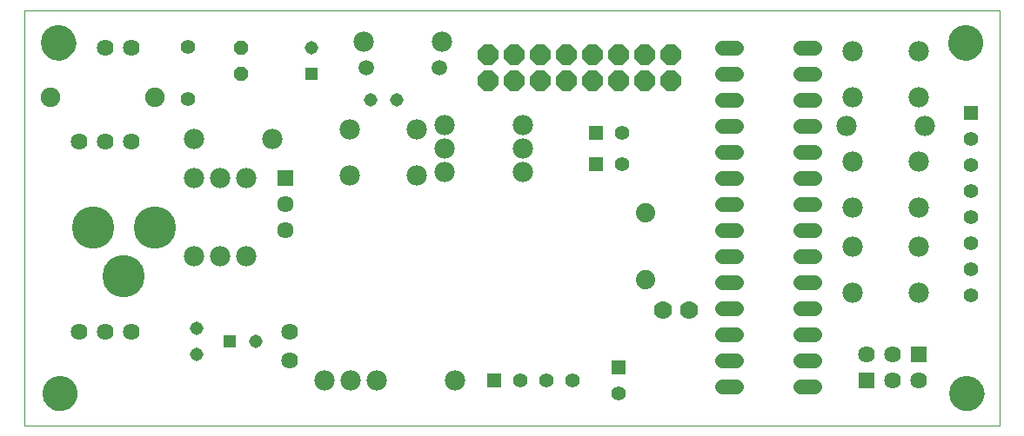
<source format=gbs>
G75*
G70*
%OFA0B0*%
%FSLAX24Y24*%
%IPPOS*%
%LPD*%
%AMOC8*
5,1,8,0,0,1.08239X$1,22.5*
%
%ADD10C,0.0000*%
%ADD11R,0.0640X0.0640*%
%ADD12C,0.0640*%
%ADD13C,0.0560*%
%ADD14C,0.0780*%
%ADD15C,0.0516*%
%ADD16R,0.0516X0.0516*%
%ADD17OC8,0.0560*%
%ADD18R,0.0634X0.0634*%
%ADD19C,0.0634*%
%ADD20C,0.0555*%
%ADD21C,0.1620*%
%ADD22C,0.0749*%
%ADD23OC8,0.0780*%
%ADD24C,0.0700*%
%ADD25R,0.0555X0.0555*%
%ADD26C,0.0594*%
%ADD27C,0.1340*%
%ADD28C,0.0740*%
D10*
X000983Y000100D02*
X038353Y000100D01*
X038353Y016042D01*
X000983Y016042D01*
X000983Y000100D01*
X001683Y001342D02*
X001685Y001392D01*
X001691Y001442D01*
X001701Y001492D01*
X001714Y001540D01*
X001731Y001588D01*
X001752Y001634D01*
X001776Y001678D01*
X001804Y001720D01*
X001835Y001760D01*
X001869Y001797D01*
X001906Y001832D01*
X001945Y001863D01*
X001986Y001892D01*
X002030Y001917D01*
X002076Y001939D01*
X002123Y001957D01*
X002171Y001971D01*
X002220Y001982D01*
X002270Y001989D01*
X002320Y001992D01*
X002371Y001991D01*
X002421Y001986D01*
X002471Y001977D01*
X002519Y001965D01*
X002567Y001948D01*
X002613Y001928D01*
X002658Y001905D01*
X002701Y001878D01*
X002741Y001848D01*
X002779Y001815D01*
X002814Y001779D01*
X002847Y001740D01*
X002876Y001699D01*
X002902Y001656D01*
X002925Y001611D01*
X002944Y001564D01*
X002959Y001516D01*
X002971Y001467D01*
X002979Y001417D01*
X002983Y001367D01*
X002983Y001317D01*
X002979Y001267D01*
X002971Y001217D01*
X002959Y001168D01*
X002944Y001120D01*
X002925Y001073D01*
X002902Y001028D01*
X002876Y000985D01*
X002847Y000944D01*
X002814Y000905D01*
X002779Y000869D01*
X002741Y000836D01*
X002701Y000806D01*
X002658Y000779D01*
X002613Y000756D01*
X002567Y000736D01*
X002519Y000719D01*
X002471Y000707D01*
X002421Y000698D01*
X002371Y000693D01*
X002320Y000692D01*
X002270Y000695D01*
X002220Y000702D01*
X002171Y000713D01*
X002123Y000727D01*
X002076Y000745D01*
X002030Y000767D01*
X001986Y000792D01*
X001945Y000821D01*
X001906Y000852D01*
X001869Y000887D01*
X001835Y000924D01*
X001804Y000964D01*
X001776Y001006D01*
X001752Y001050D01*
X001731Y001096D01*
X001714Y001144D01*
X001701Y001192D01*
X001691Y001242D01*
X001685Y001292D01*
X001683Y001342D01*
X001633Y014792D02*
X001635Y014842D01*
X001641Y014892D01*
X001651Y014942D01*
X001664Y014990D01*
X001681Y015038D01*
X001702Y015084D01*
X001726Y015128D01*
X001754Y015170D01*
X001785Y015210D01*
X001819Y015247D01*
X001856Y015282D01*
X001895Y015313D01*
X001936Y015342D01*
X001980Y015367D01*
X002026Y015389D01*
X002073Y015407D01*
X002121Y015421D01*
X002170Y015432D01*
X002220Y015439D01*
X002270Y015442D01*
X002321Y015441D01*
X002371Y015436D01*
X002421Y015427D01*
X002469Y015415D01*
X002517Y015398D01*
X002563Y015378D01*
X002608Y015355D01*
X002651Y015328D01*
X002691Y015298D01*
X002729Y015265D01*
X002764Y015229D01*
X002797Y015190D01*
X002826Y015149D01*
X002852Y015106D01*
X002875Y015061D01*
X002894Y015014D01*
X002909Y014966D01*
X002921Y014917D01*
X002929Y014867D01*
X002933Y014817D01*
X002933Y014767D01*
X002929Y014717D01*
X002921Y014667D01*
X002909Y014618D01*
X002894Y014570D01*
X002875Y014523D01*
X002852Y014478D01*
X002826Y014435D01*
X002797Y014394D01*
X002764Y014355D01*
X002729Y014319D01*
X002691Y014286D01*
X002651Y014256D01*
X002608Y014229D01*
X002563Y014206D01*
X002517Y014186D01*
X002469Y014169D01*
X002421Y014157D01*
X002371Y014148D01*
X002321Y014143D01*
X002270Y014142D01*
X002220Y014145D01*
X002170Y014152D01*
X002121Y014163D01*
X002073Y014177D01*
X002026Y014195D01*
X001980Y014217D01*
X001936Y014242D01*
X001895Y014271D01*
X001856Y014302D01*
X001819Y014337D01*
X001785Y014374D01*
X001754Y014414D01*
X001726Y014456D01*
X001702Y014500D01*
X001681Y014546D01*
X001664Y014594D01*
X001651Y014642D01*
X001641Y014692D01*
X001635Y014742D01*
X001633Y014792D01*
X036383Y014792D02*
X036385Y014842D01*
X036391Y014892D01*
X036401Y014942D01*
X036414Y014990D01*
X036431Y015038D01*
X036452Y015084D01*
X036476Y015128D01*
X036504Y015170D01*
X036535Y015210D01*
X036569Y015247D01*
X036606Y015282D01*
X036645Y015313D01*
X036686Y015342D01*
X036730Y015367D01*
X036776Y015389D01*
X036823Y015407D01*
X036871Y015421D01*
X036920Y015432D01*
X036970Y015439D01*
X037020Y015442D01*
X037071Y015441D01*
X037121Y015436D01*
X037171Y015427D01*
X037219Y015415D01*
X037267Y015398D01*
X037313Y015378D01*
X037358Y015355D01*
X037401Y015328D01*
X037441Y015298D01*
X037479Y015265D01*
X037514Y015229D01*
X037547Y015190D01*
X037576Y015149D01*
X037602Y015106D01*
X037625Y015061D01*
X037644Y015014D01*
X037659Y014966D01*
X037671Y014917D01*
X037679Y014867D01*
X037683Y014817D01*
X037683Y014767D01*
X037679Y014717D01*
X037671Y014667D01*
X037659Y014618D01*
X037644Y014570D01*
X037625Y014523D01*
X037602Y014478D01*
X037576Y014435D01*
X037547Y014394D01*
X037514Y014355D01*
X037479Y014319D01*
X037441Y014286D01*
X037401Y014256D01*
X037358Y014229D01*
X037313Y014206D01*
X037267Y014186D01*
X037219Y014169D01*
X037171Y014157D01*
X037121Y014148D01*
X037071Y014143D01*
X037020Y014142D01*
X036970Y014145D01*
X036920Y014152D01*
X036871Y014163D01*
X036823Y014177D01*
X036776Y014195D01*
X036730Y014217D01*
X036686Y014242D01*
X036645Y014271D01*
X036606Y014302D01*
X036569Y014337D01*
X036535Y014374D01*
X036504Y014414D01*
X036476Y014456D01*
X036452Y014500D01*
X036431Y014546D01*
X036414Y014594D01*
X036401Y014642D01*
X036391Y014692D01*
X036385Y014742D01*
X036383Y014792D01*
X036433Y001342D02*
X036435Y001392D01*
X036441Y001442D01*
X036451Y001492D01*
X036464Y001540D01*
X036481Y001588D01*
X036502Y001634D01*
X036526Y001678D01*
X036554Y001720D01*
X036585Y001760D01*
X036619Y001797D01*
X036656Y001832D01*
X036695Y001863D01*
X036736Y001892D01*
X036780Y001917D01*
X036826Y001939D01*
X036873Y001957D01*
X036921Y001971D01*
X036970Y001982D01*
X037020Y001989D01*
X037070Y001992D01*
X037121Y001991D01*
X037171Y001986D01*
X037221Y001977D01*
X037269Y001965D01*
X037317Y001948D01*
X037363Y001928D01*
X037408Y001905D01*
X037451Y001878D01*
X037491Y001848D01*
X037529Y001815D01*
X037564Y001779D01*
X037597Y001740D01*
X037626Y001699D01*
X037652Y001656D01*
X037675Y001611D01*
X037694Y001564D01*
X037709Y001516D01*
X037721Y001467D01*
X037729Y001417D01*
X037733Y001367D01*
X037733Y001317D01*
X037729Y001267D01*
X037721Y001217D01*
X037709Y001168D01*
X037694Y001120D01*
X037675Y001073D01*
X037652Y001028D01*
X037626Y000985D01*
X037597Y000944D01*
X037564Y000905D01*
X037529Y000869D01*
X037491Y000836D01*
X037451Y000806D01*
X037408Y000779D01*
X037363Y000756D01*
X037317Y000736D01*
X037269Y000719D01*
X037221Y000707D01*
X037171Y000698D01*
X037121Y000693D01*
X037070Y000692D01*
X037020Y000695D01*
X036970Y000702D01*
X036921Y000713D01*
X036873Y000727D01*
X036826Y000745D01*
X036780Y000767D01*
X036736Y000792D01*
X036695Y000821D01*
X036656Y000852D01*
X036619Y000887D01*
X036585Y000924D01*
X036554Y000964D01*
X036526Y001006D01*
X036502Y001050D01*
X036481Y001096D01*
X036464Y001144D01*
X036451Y001192D01*
X036441Y001242D01*
X036435Y001292D01*
X036433Y001342D01*
D11*
X033233Y001842D03*
X035233Y002842D03*
D12*
X034233Y002842D03*
X033233Y002842D03*
X034233Y001842D03*
X035233Y001842D03*
X011133Y002592D03*
X011133Y003692D03*
X005083Y003692D03*
X004083Y003692D03*
X003083Y003692D03*
X003083Y010992D03*
X004083Y010992D03*
X005083Y010992D03*
X005083Y014592D03*
X004083Y014592D03*
D13*
X027723Y014592D02*
X028243Y014592D01*
X028243Y013592D02*
X027723Y013592D01*
X027723Y012592D02*
X028243Y012592D01*
X028243Y011592D02*
X027723Y011592D01*
X027723Y010592D02*
X028243Y010592D01*
X028243Y009592D02*
X027723Y009592D01*
X027723Y008592D02*
X028243Y008592D01*
X028243Y007592D02*
X027723Y007592D01*
X027723Y006592D02*
X028243Y006592D01*
X028243Y005592D02*
X027723Y005592D01*
X027723Y004592D02*
X028243Y004592D01*
X028243Y003592D02*
X027723Y003592D01*
X027723Y002592D02*
X028243Y002592D01*
X028243Y001592D02*
X027723Y001592D01*
X030723Y001592D02*
X031243Y001592D01*
X031243Y002592D02*
X030723Y002592D01*
X030723Y003592D02*
X031243Y003592D01*
X031243Y004592D02*
X030723Y004592D01*
X030723Y005592D02*
X031243Y005592D01*
X031243Y006592D02*
X030723Y006592D01*
X030723Y007592D02*
X031243Y007592D01*
X031243Y008592D02*
X030723Y008592D01*
X030723Y009592D02*
X031243Y009592D01*
X031243Y010592D02*
X030723Y010592D01*
X030723Y011592D02*
X031243Y011592D01*
X031243Y012592D02*
X030723Y012592D01*
X030723Y013592D02*
X031243Y013592D01*
X031243Y014592D02*
X030723Y014592D01*
D14*
X032703Y014482D03*
X035263Y014482D03*
X035263Y012702D03*
X035483Y011592D03*
X032703Y012702D03*
X032483Y011592D03*
X032703Y010232D03*
X035263Y010232D03*
X035263Y008452D03*
X032703Y008452D03*
X032703Y006982D03*
X035263Y006982D03*
X035263Y005202D03*
X032703Y005202D03*
X020083Y009842D03*
X020083Y010742D03*
X020083Y011642D03*
X017083Y011642D03*
X016013Y011482D03*
X017083Y010742D03*
X017083Y009842D03*
X016013Y009702D03*
X013453Y009702D03*
X010483Y011092D03*
X013453Y011482D03*
X009483Y009592D03*
X008483Y009592D03*
X007483Y009592D03*
X007483Y011092D03*
X013983Y014842D03*
X016983Y014842D03*
X009483Y006592D03*
X008483Y006592D03*
X007483Y006592D03*
X012483Y001842D03*
X013483Y001842D03*
X014483Y001842D03*
X017483Y001842D03*
D15*
X009833Y003342D03*
X007583Y002842D03*
X007583Y003842D03*
X014233Y012592D03*
X015233Y012592D03*
X011983Y014592D03*
D16*
X011983Y013592D03*
X008833Y003342D03*
D17*
X009283Y013592D03*
X009283Y014592D03*
D18*
X010983Y009592D03*
D19*
X010983Y008592D03*
X010983Y007592D03*
D20*
X007233Y012642D03*
X007233Y014642D03*
X023883Y011342D03*
X023883Y010142D03*
X037233Y010092D03*
X037233Y011092D03*
X037233Y009092D03*
X037233Y008092D03*
X037233Y007092D03*
X037233Y006092D03*
X037233Y005092D03*
X023733Y001342D03*
X021983Y001842D03*
X020983Y001842D03*
X019983Y001842D03*
D21*
X005977Y007692D03*
X003615Y007692D03*
X004796Y005842D03*
D22*
X005983Y012692D03*
X001983Y012692D03*
D23*
X018733Y013342D03*
X019733Y013342D03*
X020733Y013342D03*
X021733Y013342D03*
X022733Y013342D03*
X023733Y013342D03*
X024733Y013342D03*
X025733Y013342D03*
X025733Y014342D03*
X024733Y014342D03*
X023733Y014342D03*
X022733Y014342D03*
X021733Y014342D03*
X020733Y014342D03*
X019733Y014342D03*
X018733Y014342D03*
D24*
X025433Y004542D03*
X026433Y004542D03*
D25*
X023733Y002342D03*
X018983Y001842D03*
X022883Y010142D03*
X022883Y011342D03*
X037233Y012092D03*
D26*
X016883Y013842D03*
X014083Y013842D03*
D27*
X002283Y014792D03*
X002333Y001342D03*
X037033Y014792D03*
X037083Y001342D03*
D28*
X024783Y005713D03*
X024783Y008272D03*
M02*

</source>
